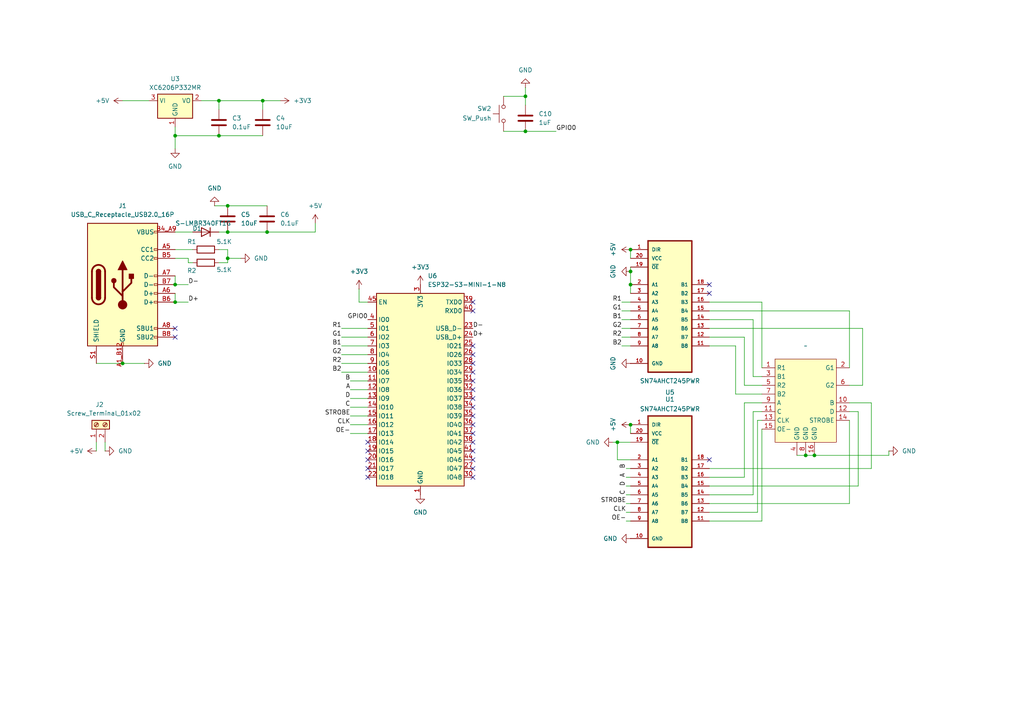
<source format=kicad_sch>
(kicad_sch (version 20241004) (generator "eeschema") (generator_version "8.99")
  (paper "A4")
  (lib_symbols
    (symbol "Connector:Screw_Terminal_01x02" (pin_names (offset 1.016) (hide yes))
      (property "Reference" "J" (at 0 2.54 0))
      (property "Value" "Screw_Terminal_01x02" (at 0 -5.08 0))
      (symbol "Screw_Terminal_01x02_1_1"
        (rectangle (start -1.27 1.27) (end 1.27 -3.81) (stroke (width 0.254)) (fill (type background)))
        (polyline (pts (xy -0.5334 0.3302) (xy 0.3302 -0.508)) (stroke (width 0.1524)))
        (polyline (pts (xy -0.5334 -2.2098) (xy 0.3302 -3.048)) (stroke (width 0.1524)))
        (polyline (pts (xy -0.3556 0.508) (xy 0.508 -0.3302)) (stroke (width 0.1524)))
        (polyline (pts (xy -0.3556 -2.032) (xy 0.508 -2.8702)) (stroke (width 0.1524)))
        (circle (center 0 0) (radius 0.635) (stroke (width 0.1524)))
        (circle (center 0 -2.54) (radius 0.635) (stroke (width 0.1524)))
        (pin passive line (at -5.08 0 0) (length 3.81) (name "Pin_1") (number "1"))
        (pin passive line (at -5.08 -2.54 0) (length 3.81) (name "Pin_2") (number "2"))
      )
    )
    (symbol "Connector:USB_C_Receptacle_USB2.0_16P" (pin_names (offset 1.016))
      (property "Reference" "J1" (at 0 22.86 0))
      (property "Value" "USB_C_Receptacle_USB2.0_16P" (at 0 20.32 0))
      (symbol "USB_C_Receptacle_USB2.0_16P_0_0"
        (rectangle (start -0.254 -17.78) (end 0.254 -16.764))
        (rectangle (start 10.16 15.494) (end 9.144 14.986))
        (rectangle (start 10.16 10.414) (end 9.144 9.906))
        (rectangle (start 10.16 7.874) (end 9.144 7.366))
        (rectangle (start 10.16 2.794) (end 9.144 2.286))
        (rectangle (start 10.16 0.254) (end 9.144 -0.254))
        (rectangle (start 10.16 -2.286) (end 9.144 -2.794))
        (rectangle (start 10.16 -4.826) (end 9.144 -5.334))
        (rectangle (start 10.16 -12.446) (end 9.144 -12.954))
        (rectangle (start 10.16 -14.986) (end 9.144 -15.494))
      )
      (symbol "USB_C_Receptacle_USB2.0_16P_0_1"
        (rectangle (start -10.16 17.78) (end 10.16 -17.78) (stroke (width 0.254)) (fill (type background)))
        (polyline (pts (xy -8.89 -3.81) (xy -8.89 3.81)) (stroke (width 0.508)))
        (rectangle (start -7.62 -3.81) (end -6.35 3.81) (stroke (width 0.254)) (fill (type outline)))
        (arc (start -7.62 3.81) (mid -6.985 4.4423) (end -6.35 3.81) (stroke (width 0.254)) (fill (type outline)))
        (arc (start -7.62 3.81) (mid -6.985 4.4423) (end -6.35 3.81) (stroke (width 0.254)))
        (arc (start -8.89 3.81) (mid -6.985 5.7067) (end -5.08 3.81) (stroke (width 0.508)))
        (arc (start -5.08 -3.81) (mid -6.985 -5.7067) (end -8.89 -3.81) (stroke (width 0.508)))
        (arc (start -6.35 -3.81) (mid -6.985 -4.4423) (end -7.62 -3.81) (stroke (width 0.254)) (fill (type outline)))
        (arc (start -6.35 -3.81) (mid -6.985 -4.4423) (end -7.62 -3.81) (stroke (width 0.254)))
        (polyline (pts (xy -5.08 3.81) (xy -5.08 -3.81)) (stroke (width 0.508)))
        (circle (center -2.54 1.143) (radius 0.635) (stroke (width 0.254)) (fill (type outline)))
        (polyline (pts (xy -1.27 4.318) (xy 0 6.858) (xy 1.27 4.318) (xy -1.27 4.318)) (stroke (width 0.254)) (fill (type outline)))
        (polyline (pts (xy 0 -2.032) (xy 2.54 0.508) (xy 2.54 1.778)) (stroke (width 0.508)))
        (polyline (pts (xy 0 -3.302) (xy -2.54 -0.762) (xy -2.54 0.508)) (stroke (width 0.508)))
        (polyline (pts (xy 0 -5.842) (xy 0 4.318)) (stroke (width 0.508)))
        (circle (center 0 -5.842) (radius 1.27) (fill (type outline)))
        (rectangle (start 1.905 1.778) (end 3.175 3.048) (stroke (width 0.254)) (fill (type outline)))
      )
      (symbol "USB_C_Receptacle_USB2.0_16P_1_1"
        (pin passive line (at -7.62 -22.86 90) (length 5.08) (name "SHIELD") (number "S1"))
        (pin passive line (at -7.62 -22.86 90) (length 5.08) (hide yes) (name "SHIELD") (number "S2"))
        (pin passive line (at -7.62 -22.86 90) (length 5.08) (hide yes) (name "SHIELD") (number "S3"))
        (pin passive line (at -7.62 -22.86 90) (length 5.08) (hide yes) (name "SHIELD") (number "S4"))
        (pin passive line (at 0 -22.86 90) (length 5.08) (name "GND") (number "A1_B12"))
        (pin passive line (at 0 -22.86 90) (length 5.08) (hide yes) (name "GND") (number "B1_A12"))
        (pin passive line (at 15.24 15.24 180) (length 5.08) (hide yes) (name "VBUS") (number "A4_B9"))
        (pin passive line (at 15.24 15.24 180) (length 5.08) (name "VBUS") (number "B4_A9"))
        (pin bidirectional line (at 15.24 10.16 180) (length 5.08) (name "CC1") (number "A5"))
        (pin bidirectional line (at 15.24 7.62 180) (length 5.08) (name "CC2") (number "B5"))
        (pin bidirectional line (at 15.24 2.54 180) (length 5.08) (name "D-") (number "A7"))
        (pin bidirectional line (at 15.24 0 180) (length 5.08) (name "D-") (number "B7"))
        (pin bidirectional line (at 15.24 -2.54 180) (length 5.08) (name "D+") (number "A6"))
        (pin bidirectional line (at 15.24 -5.08 180) (length 5.08) (name "D+") (number "B6"))
        (pin bidirectional line (at 15.24 -12.7 180) (length 5.08) (name "SBU1") (number "A8"))
        (pin bidirectional line (at 15.24 -15.24 180) (length 5.08) (name "SBU2") (number "B8"))
      )
    )
    (symbol "Device:C" (pin_numbers (hide yes)) (pin_names (offset 0.254))
      (property "Reference" "C" (at 0.635 2.54 0))
      (property "Value" "C" (at 0.635 -2.54 0))
      (symbol "C_0_1"
        (polyline (pts (xy -2.032 0.762) (xy 2.032 0.762)) (stroke (width 0.508)))
        (polyline (pts (xy -2.032 -0.762) (xy 2.032 -0.762)) (stroke (width 0.508)))
      )
      (symbol "C_1_1"
        (pin passive line (at 0 3.81 270) (length 2.794) (name "~") (number "1"))
        (pin passive line (at 0 -3.81 90) (length 2.794) (name "~") (number "2"))
      )
    )
    (symbol "Device:D" (pin_numbers (hide yes)) (pin_names (offset 1.016) (hide yes))
      (property "Reference" "D" (at 0 2.54 0))
      (property "Value" "D" (at 0 -2.54 0))
      (symbol "D_0_1"
        (polyline (pts (xy -1.27 1.27) (xy -1.27 -1.27)) (stroke (width 0.254)))
        (polyline (pts (xy 1.27 1.27) (xy 1.27 -1.27) (xy -1.27 0) (xy 1.27 1.27)) (stroke (width 0.254)))
        (polyline (pts (xy 1.27 0) (xy -1.27 0)))
      )
      (symbol "D_1_1"
        (pin passive line (at -3.81 0 0) (length 2.54) (name "K") (number "1"))
        (pin passive line (at 3.81 0 180) (length 2.54) (name "A") (number "2"))
      )
    )
    (symbol "Device:R" (pin_numbers (hide yes)) (pin_names (offset 0))
      (property "Reference" "R" (at 2.032 0 90))
      (property "Value" "R" (at 0 0 90))
      (symbol "R_0_1"
        (rectangle (start -1.016 -2.54) (end 1.016 2.54) (stroke (width 0.254)))
      )
      (symbol "R_1_1"
        (pin passive line (at 0 3.81 270) (length 1.27) (name "~") (number "1"))
        (pin passive line (at 0 -3.81 90) (length 1.27) (name "~") (number "2"))
      )
    )
    (symbol "RF_Module:ESP32-S3-MINI-1"
      (property "Reference" "U" (at -11.43 29.21 0))
      (property "Value" "ESP32-S3-MINI-1" (at 12.7 29.21 0))
      (symbol "ESP32-S3-MINI-1_0_1"
        (rectangle (start -12.7 27.94) (end 12.7 -27.94) (stroke (width 0.254)) (fill (type background)))
      )
      (symbol "ESP32-S3-MINI-1_1_1"
        (pin input line (at -15.24 25.4 0) (length 2.54) (name "EN") (number "45"))
        (pin bidirectional line (at -15.24 20.32 0) (length 2.54) (name "IO0") (number "4"))
        (pin bidirectional line (at -15.24 17.78 0) (length 2.54) (name "IO1") (number "5"))
        (pin bidirectional line (at -15.24 15.24 0) (length 2.54) (name "IO2") (number "6"))
        (pin bidirectional line (at -15.24 12.7 0) (length 2.54) (name "IO3") (number "7"))
        (pin bidirectional line (at -15.24 10.16 0) (length 2.54) (name "IO4") (number "8"))
        (pin bidirectional line (at -15.24 7.62 0) (length 2.54) (name "IO5") (number "9"))
        (pin bidirectional line (at -15.24 5.08 0) (length 2.54) (name "IO6") (number "10"))
        (pin bidirectional line (at -15.24 2.54 0) (length 2.54) (name "IO7") (number "11"))
        (pin bidirectional line (at -15.24 0 0) (length 2.54) (name "IO8") (number "12"))
        (pin bidirectional line (at -15.24 -2.54 0) (length 2.54) (name "IO9") (number "13"))
        (pin bidirectional line (at -15.24 -5.08 0) (length 2.54) (name "IO10") (number "14"))
        (pin bidirectional line (at -15.24 -7.62 0) (length 2.54) (name "IO11") (number "15"))
        (pin bidirectional line (at -15.24 -10.16 0) (length 2.54) (name "IO12") (number "16"))
        (pin bidirectional line (at -15.24 -12.7 0) (length 2.54) (name "IO13") (number "17"))
        (pin bidirectional line (at -15.24 -15.24 0) (length 2.54) (name "IO14") (number "18"))
        (pin bidirectional line (at -15.24 -17.78 0) (length 2.54) (name "IO15") (number "19"))
        (pin bidirectional line (at -15.24 -20.32 0) (length 2.54) (name "IO16") (number "20"))
        (pin bidirectional line (at -15.24 -22.86 0) (length 2.54) (name "IO17") (number "21"))
        (pin bidirectional line (at -15.24 -25.4 0) (length 2.54) (name "IO18") (number "22"))
        (pin power_in line (at 0 30.48 270) (length 2.54) (name "3V3") (number "3"))
        (pin power_in line (at 0 -30.48 90) (length 2.54) (name "GND") (number "1"))
        (pin passive line (at 0 -30.48 90) (length 2.54) (hide yes) (name "GND") (number "2"))
        (pin passive line (at 0 -30.48 90) (length 2.54) (hide yes) (name "GND") (number "42"))
        (pin passive line (at 0 -30.48 90) (length 2.54) (hide yes) (name "GND") (number "43"))
        (pin passive line (at 0 -30.48 90) (length 2.54) (hide yes) (name "GND") (number "46"))
        (pin passive line (at 0 -30.48 90) (length 2.54) (hide yes) (name "GND") (number "47"))
        (pin passive line (at 0 -30.48 90) (length 2.54) (hide yes) (name "GND") (number "48"))
        (pin passive line (at 0 -30.48 90) (length 2.54) (hide yes) (name "GND") (number "49"))
        (pin passive line (at 0 -30.48 90) (length 2.54) (hide yes) (name "GND") (number "50"))
        (pin passive line (at 0 -30.48 90) (length 2.54) (hide yes) (name "GND") (number "51"))
        (pin passive line (at 0 -30.48 90) (length 2.54) (hide yes) (name "GND") (number "52"))
        (pin passive line (at 0 -30.48 90) (length 2.54) (hide yes) (name "GND") (number "53"))
        (pin passive line (at 0 -30.48 90) (length 2.54) (hide yes) (name "GND") (number "54"))
        (pin passive line (at 0 -30.48 90) (length 2.54) (hide yes) (name "GND") (number "55"))
        (pin passive line (at 0 -30.48 90) (length 2.54) (hide yes) (name "GND") (number "56"))
        (pin passive line (at 0 -30.48 90) (length 2.54) (hide yes) (name "GND") (number "57"))
        (pin passive line (at 0 -30.48 90) (length 2.54) (hide yes) (name "GND") (number "58"))
        (pin passive line (at 0 -30.48 90) (length 2.54) (hide yes) (name "GND") (number "59"))
        (pin passive line (at 0 -30.48 90) (length 2.54) (hide yes) (name "GND") (number "60"))
        (pin passive line (at 0 -30.48 90) (length 2.54) (hide yes) (name "GND") (number "61"))
        (pin passive line (at 0 -30.48 90) (length 2.54) (hide yes) (name "GND") (number "62"))
        (pin passive line (at 0 -30.48 90) (length 2.54) (hide yes) (name "GND") (number "63"))
        (pin passive line (at 0 -30.48 90) (length 2.54) (hide yes) (name "GND") (number "64"))
        (pin passive line (at 0 -30.48 90) (length 2.54) (hide yes) (name "GND") (number "65"))
        (pin bidirectional line (at 15.24 25.4 180) (length 2.54) (name "TXD0") (number "39"))
        (pin bidirectional line (at 15.24 22.86 180) (length 2.54) (name "RXD0") (number "40"))
        (pin bidirectional line (at 15.24 17.78 180) (length 2.54) (name "USB_D-") (number "23"))
        (pin bidirectional line (at 15.24 15.24 180) (length 2.54) (name "USB_D+") (number "24"))
        (pin bidirectional line (at 15.24 12.7 180) (length 2.54) (name "IO21") (number "25"))
        (pin bidirectional line (at 15.24 10.16 180) (length 2.54) (name "IO26") (number "26"))
        (pin bidirectional line (at 15.24 7.62 180) (length 2.54) (name "IO33") (number "28"))
        (pin bidirectional line (at 15.24 5.08 180) (length 2.54) (name "IO34") (number "29"))
        (pin bidirectional line (at 15.24 2.54 180) (length 2.54) (name "IO35") (number "31"))
        (pin bidirectional line (at 15.24 0 180) (length 2.54) (name "IO36") (number "32"))
        (pin bidirectional line (at 15.24 -2.54 180) (length 2.54) (name "IO37") (number "33"))
        (pin bidirectional line (at 15.24 -5.08 180) (length 2.54) (name "IO38") (number "34"))
        (pin bidirectional line (at 15.24 -7.62 180) (length 2.54) (name "IO39") (number "35"))
        (pin bidirectional line (at 15.24 -10.16 180) (length 2.54) (name "IO40") (number "36"))
        (pin bidirectional line (at 15.24 -12.7 180) (length 2.54) (name "IO41") (number "37"))
        (pin bidirectional line (at 15.24 -15.24 180) (length 2.54) (name "IO42") (number "38"))
        (pin bidirectional line (at 15.24 -17.78 180) (length 2.54) (name "IO45") (number "41"))
        (pin bidirectional line (at 15.24 -20.32 180) (length 2.54) (name "IO46") (number "44"))
        (pin bidirectional line (at 15.24 -22.86 180) (length 2.54) (name "IO47") (number "27"))
        (pin bidirectional line (at 15.24 -25.4 180) (length 2.54) (name "IO48") (number "30"))
      )
    )
    (symbol "Regulator_Linear:AMS1117-3.3"
      (property "Reference" "U" (at -3.81 3.175 0))
      (property "Value" "AMS1117-3.3" (at 0 3.175 0))
      (symbol "AMS1117-3.3_0_1"
        (rectangle (start -5.08 -5.08) (end 5.08 1.905) (stroke (width 0.254)) (fill (type background)))
      )
      (symbol "AMS1117-3.3_1_1"
        (pin power_in line (at -7.62 0 0) (length 2.54) (name "VI") (number "3"))
        (pin power_in line (at 0 -7.62 90) (length 2.54) (name "GND") (number "1"))
        (pin power_out line (at 7.62 0 180) (length 2.54) (name "VO") (number "2"))
      )
    )
    (symbol "SN74AHCT245PWR_1" (pin_names (offset 1.016))
      (property "Reference" "U" (at -0.508 21.336 0))
      (property "Value" "SN74AHCT245PWR" (at -6.604 -21.082 0))
      (symbol "SN74AHCT245PWR_1_0_0"
        (rectangle (start -6.35 20.32) (end 6.35 -17.78) (stroke (width 0.41)) (fill (type background)))
        (pin input line (at -11.43 17.78 0) (length 5.08) (name "DIR") (number "1"))
        (pin power_in line (at -11.43 15.24 0) (length 5.08) (name "VCC") (number "20"))
        (pin input line (at -11.43 12.7 0) (length 5.08) (name "~{OE}") (number "19"))
        (pin bidirectional line (at -11.43 7.62 0) (length 5.08) (name "A1") (number "2"))
        (pin bidirectional line (at -11.43 5.08 0) (length 5.08) (name "A2") (number "3"))
        (pin bidirectional line (at -11.43 2.54 0) (length 5.08) (name "A3") (number "4"))
        (pin bidirectional line (at -11.43 0 0) (length 5.08) (name "A4") (number "5"))
        (pin bidirectional line (at -11.43 -2.54 0) (length 5.08) (name "A5") (number "6"))
        (pin bidirectional line (at -11.43 -5.08 0) (length 5.08) (name "A6") (number "7"))
        (pin bidirectional line (at -11.43 -7.62 0) (length 5.08) (name "A7") (number "8"))
        (pin bidirectional line (at -11.43 -10.16 0) (length 5.08) (name "A8") (number "9"))
        (pin power_in line (at -11.43 -15.24 0) (length 5.08) (name "GND") (number "10"))
        (pin bidirectional line (at 11.43 7.62 180) (length 5.08) (name "B1") (number "18"))
        (pin bidirectional line (at 11.43 5.08 180) (length 5.08) (name "B2") (number "17"))
        (pin bidirectional line (at 11.43 2.54 180) (length 5.08) (name "B3") (number "16"))
        (pin bidirectional line (at 11.43 0 180) (length 5.08) (name "B4") (number "15"))
        (pin bidirectional line (at 11.43 -2.54 180) (length 5.08) (name "B5") (number "14"))
        (pin bidirectional line (at 11.43 -5.08 180) (length 5.08) (name "B6") (number "13"))
        (pin bidirectional line (at 11.43 -7.62 180) (length 5.08) (name "B7") (number "12"))
        (pin bidirectional line (at 11.43 -10.16 180) (length 5.08) (name "B8") (number "11"))
      )
    )
    (symbol "Switch:SW_Push" (pin_numbers (hide yes)) (pin_names (offset 1.016) (hide yes))
      (property "Reference" "SW" (at 1.27 2.54 0))
      (property "Value" "SW_Push" (at 0 -1.524 0))
      (symbol "SW_Push_0_1"
        (circle (center -2.032 0) (radius 0.508))
        (polyline (pts (xy 0 1.27) (xy 0 3.048)))
        (circle (center 2.032 0) (radius 0.508))
        (polyline (pts (xy 2.54 1.27) (xy -2.54 1.27)))
        (pin passive line (at -5.08 0 0) (length 2.54) (name "1") (number "1"))
        (pin passive line (at 5.08 0 180) (length 2.54) (name "2") (number "2"))
      )
    )
    (symbol "hack_matrix.kicad_prl:HUB75_Matrix"
      (property "Reference" "U" (at 0 0 0))
      (symbol "HUB75_Matrix_1_1"
        (rectangle (start -8.89 -1.27) (end 8.89 -25.4) (fill (type background)))
        (pin input line (at -12.7 -3.81 0) (length 3.81) (name "R1") (number "1"))
        (pin input line (at -12.7 -6.35 0) (length 3.81) (name "B1") (number "3"))
        (pin input line (at -12.7 -8.89 0) (length 3.81) (name "R2") (number "5"))
        (pin input line (at -12.7 -11.43 0) (length 3.81) (name "B2") (number "7"))
        (pin input line (at -12.7 -13.97 0) (length 3.81) (name "A") (number "9"))
        (pin input line (at -12.7 -16.51 0) (length 3.81) (name "C") (number "11"))
        (pin input line (at -12.7 -19.05 0) (length 3.81) (name "CLK") (number "13"))
        (pin input line (at -12.7 -21.59 0) (length 3.81) (name "OE-") (number "15"))
        (pin passive line (at -2.54 -29.21 90) (length 3.81) (name "GND") (number "4"))
        (pin passive line (at 0 -29.21 90) (length 3.81) (name "GND") (number "8"))
        (pin passive line (at 2.54 -29.21 90) (length 3.81) (name "GND") (number "16"))
        (pin input line (at 12.7 -3.81 180) (length 3.81) (name "G1") (number "2"))
        (pin input line (at 12.7 -8.89 180) (length 3.81) (name "G2") (number "6"))
        (pin input line (at 12.7 -13.97 180) (length 3.81) (name "B") (number "10"))
        (pin input line (at 12.7 -16.51 180) (length 3.81) (name "D") (number "12"))
        (pin input line (at 12.7 -19.05 180) (length 3.81) (name "STROBE") (number "14"))
      )
    )
    (symbol "hack_matrix.kicad_prl:SN74AHCT245PWR" (pin_names (offset 1.016))
      (property "Reference" "U" (at -0.508 21.336 0))
      (property "Value" "SN74AHCT245PWR" (at -6.604 -21.082 0))
      (symbol "SN74AHCT245PWR_0_0"
        (rectangle (start -6.35 20.32) (end 6.35 -17.78) (stroke (width 0.41)) (fill (type background)))
        (pin input line (at -11.43 17.78 0) (length 5.08) (name "DIR") (number "1"))
        (pin power_in line (at -11.43 15.24 0) (length 5.08) (name "VCC") (number "20"))
        (pin input line (at -11.43 12.7 0) (length 5.08) (name "~{OE}") (number "19"))
        (pin bidirectional line (at -11.43 7.62 0) (length 5.08) (name "A1") (number "2"))
        (pin bidirectional line (at -11.43 5.08 0) (length 5.08) (name "A2") (number "3"))
        (pin bidirectional line (at -11.43 2.54 0) (length 5.08) (name "A3") (number "4"))
        (pin bidirectional line (at -11.43 0 0) (length 5.08) (name "A4") (number "5"))
        (pin bidirectional line (at -11.43 -2.54 0) (length 5.08) (name "A5") (number "6"))
        (pin bidirectional line (at -11.43 -5.08 0) (length 5.08) (name "A6") (number "7"))
        (pin bidirectional line (at -11.43 -7.62 0) (length 5.08) (name "A7") (number "8"))
        (pin bidirectional line (at -11.43 -10.16 0) (length 5.08) (name "A8") (number "9"))
        (pin power_in line (at -11.43 -15.24 0) (length 5.08) (name "GND") (number "10"))
        (pin bidirectional line (at 11.43 7.62 180) (length 5.08) (name "B1") (number "18"))
        (pin bidirectional line (at 11.43 5.08 180) (length 5.08) (name "B2") (number "17"))
        (pin bidirectional line (at 11.43 2.54 180) (length 5.08) (name "B3") (number "16"))
        (pin bidirectional line (at 11.43 0 180) (length 5.08) (name "B4") (number "15"))
        (pin bidirectional line (at 11.43 -2.54 180) (length 5.08) (name "B5") (number "14"))
        (pin bidirectional line (at 11.43 -5.08 180) (length 5.08) (name "B6") (number "13"))
        (pin bidirectional line (at 11.43 -7.62 180) (length 5.08) (name "B7") (number "12"))
        (pin bidirectional line (at 11.43 -10.16 180) (length 5.08) (name "B8") (number "11"))
      )
    )
    (symbol "power:+3V3" (power) (pin_numbers (hide yes)) (pin_names (offset 0) (hide yes))
      (property "Value" "+3V3" (at 0 3.556 0))
      (symbol "+3V3_0_1"
        (polyline (pts (xy -0.762 1.27) (xy 0 2.54)))
        (polyline (pts (xy 0 2.54) (xy 0.762 1.27)))
        (polyline (pts (xy 0 0) (xy 0 2.54)))
      )
      (symbol "+3V3_1_1"
        (pin power_in line (at 0 0 90) (length 0) (name "~") (number "1"))
      )
    )
    (symbol "power:+5V" (power) (pin_numbers (hide yes)) (pin_names (offset 0) (hide yes))
      (property "Value" "+5V" (at 0 3.556 0))
      (symbol "+5V_0_1"
        (polyline (pts (xy -0.762 1.27) (xy 0 2.54)))
        (polyline (pts (xy 0 2.54) (xy 0.762 1.27)))
        (polyline (pts (xy 0 0) (xy 0 2.54)))
      )
      (symbol "+5V_1_1"
        (pin power_in line (at 0 0 90) (length 0) (name "~") (number "1"))
      )
    )
    (symbol "power:GND" (power) (pin_numbers (hide yes)) (pin_names (offset 0) (hide yes))
      (property "Value" "GND" (at 0 -3.81 0))
      (symbol "GND_0_1"
        (polyline (pts (xy 0 0) (xy 0 -1.27) (xy 1.27 -1.27) (xy 0 -2.54) (xy -1.27 -1.27) (xy 0 -1.27)))
      )
      (symbol "GND_1_1"
        (pin power_in line (at 0 0 270) (length 0) (name "~") (number "1"))
      )
    )
  )
  (junction (at 182.88 123.19))
  (junction (at 152.4 27.94))
  (junction (at 233.68 132.08))
  (junction (at 77.47 67.31))
  (junction (at 66.04 67.31))
  (junction (at 182.88 82.55))
  (junction (at 50.8 39.37))
  (junction (at 152.4 38.1))
  (junction (at 50.8 87.63))
  (junction (at 50.8 82.55))
  (junction (at 66.04 59.69))
  (junction (at 35.56 105.41))
  (junction (at 63.5 39.37))
  (junction (at 236.22 132.08))
  (junction (at 182.88 72.39))
  (junction (at 179.07 128.27))
  (junction (at 66.04 74.93))
  (junction (at 182.88 78.74))
  (junction (at 76.2 29.21))
  (junction (at 63.5 29.21))
  (no_connect (at 50.8 97.79))
  (no_connect (at 106.68 128.27))
  (no_connect (at 137.16 135.89))
  (no_connect (at 137.16 110.49))
  (no_connect (at 137.16 138.43))
  (no_connect (at 137.16 120.65))
  (no_connect (at 137.16 130.81))
  (no_connect (at 106.68 138.43))
  (no_connect (at 137.16 133.35))
  (no_connect (at 106.68 133.35))
  (no_connect (at 137.16 123.19))
  (no_connect (at 137.16 115.57))
  (no_connect (at 137.16 87.63))
  (no_connect (at 50.8 95.25))
  (no_connect (at 137.16 90.17))
  (no_connect (at 137.16 107.95))
  (no_connect (at 205.74 85.09))
  (no_connect (at 137.16 100.33))
  (no_connect (at 137.16 128.27))
  (no_connect (at 137.16 113.03))
  (no_connect (at 137.16 102.87))
  (no_connect (at 205.74 82.55))
  (no_connect (at 205.74 133.35))
  (no_connect (at 106.68 135.89))
  (no_connect (at 137.16 105.41))
  (no_connect (at 137.16 118.11))
  (no_connect (at 137.16 125.73))
  (no_connect (at 106.68 130.81))
  (wire (pts (xy 101.6 113.03) (xy 106.68 113.03)))
  (wire (pts (xy 66.04 76.2) (xy 66.04 74.93)))
  (wire (pts (xy 180.34 100.33) (xy 182.88 100.33)))
  (wire (pts (xy 205.74 138.43) (xy 215.9 138.43)))
  (wire (pts (xy 99.06 97.79) (xy 106.68 97.79)))
  (wire (pts (xy 77.47 67.31) (xy 91.44 67.31)))
  (wire (pts (xy 91.44 64.77) (xy 91.44 67.31)))
  (wire (pts (xy 257.81 132.08) (xy 257.81 130.81)))
  (wire (pts (xy 27.94 105.41) (xy 35.56 105.41)))
  (wire (pts (xy 236.22 132.08) (xy 257.81 132.08)))
  (wire (pts (xy 54.61 74.93) (xy 50.8 74.93)))
  (wire (pts (xy 215.9 111.76) (xy 220.98 111.76)))
  (wire (pts (xy 50.8 36.83) (xy 50.8 39.37)))
  (wire (pts (xy 101.6 115.57) (xy 106.68 115.57)))
  (wire (pts (xy 180.34 97.79) (xy 182.88 97.79)))
  (wire (pts (xy 218.44 109.22) (xy 220.98 109.22)))
  (wire (pts (xy 177.8 128.27) (xy 179.07 128.27)))
  (wire (pts (xy 181.61 146.05) (xy 182.88 146.05)))
  (wire (pts (xy 246.38 146.05) (xy 246.38 121.92)))
  (wire (pts (xy 146.05 38.1) (xy 152.4 38.1)))
  (wire (pts (xy 101.6 123.19) (xy 106.68 123.19)))
  (wire (pts (xy 213.36 100.33) (xy 213.36 114.3)))
  (wire (pts (xy 106.68 87.63) (xy 104.14 87.63)))
  (wire (pts (xy 205.74 135.89) (xy 252.73 135.89)))
  (wire (pts (xy 54.61 76.2) (xy 54.61 74.93)))
  (wire (pts (xy 220.98 151.13) (xy 220.98 124.46)))
  (wire (pts (xy 63.5 76.2) (xy 66.04 76.2)))
  (wire (pts (xy 231.14 132.08) (xy 233.68 132.08)))
  (wire (pts (xy 233.68 132.08) (xy 236.22 132.08)))
  (wire (pts (xy 50.8 80.01) (xy 50.8 82.55)))
  (wire (pts (xy 99.06 105.41) (xy 106.68 105.41)))
  (wire (pts (xy 248.92 140.97) (xy 248.92 119.38)))
  (wire (pts (xy 218.44 143.51) (xy 218.44 119.38)))
  (wire (pts (xy 246.38 90.17) (xy 246.38 106.68)))
  (wire (pts (xy 205.74 146.05) (xy 246.38 146.05)))
  (wire (pts (xy 99.06 107.95) (xy 106.68 107.95)))
  (wire (pts (xy 215.9 116.84) (xy 220.98 116.84)))
  (wire (pts (xy 152.4 38.1) (xy 161.29 38.1)))
  (wire (pts (xy 218.44 119.38) (xy 220.98 119.38)))
  (wire (pts (xy 182.88 74.93) (xy 182.88 72.39)))
  (wire (pts (xy 181.61 135.89) (xy 182.88 135.89)))
  (wire (pts (xy 215.9 97.79) (xy 215.9 111.76)))
  (wire (pts (xy 62.23 59.69) (xy 66.04 59.69)))
  (wire (pts (xy 180.34 87.63) (xy 182.88 87.63)))
  (wire (pts (xy 27.94 128.27) (xy 27.94 130.81)))
  (wire (pts (xy 54.61 76.2) (xy 55.88 76.2)))
  (wire (pts (xy 213.36 114.3) (xy 220.98 114.3)))
  (wire (pts (xy 220.98 87.63) (xy 220.98 106.68)))
  (wire (pts (xy 181.61 140.97) (xy 182.88 140.97)))
  (wire (pts (xy 205.74 140.97) (xy 248.92 140.97)))
  (wire (pts (xy 205.74 87.63) (xy 220.98 87.63)))
  (wire (pts (xy 182.88 82.55) (xy 182.88 85.09)))
  (wire (pts (xy 63.5 67.31) (xy 66.04 67.31)))
  (wire (pts (xy 205.74 92.71) (xy 218.44 92.71)))
  (wire (pts (xy 182.88 125.73) (xy 182.88 123.19)))
  (wire (pts (xy 99.06 102.87) (xy 106.68 102.87)))
  (wire (pts (xy 99.06 95.25) (xy 106.68 95.25)))
  (wire (pts (xy 50.8 43.18) (xy 50.8 39.37)))
  (wire (pts (xy 50.8 67.31) (xy 55.88 67.31)))
  (wire (pts (xy 181.61 148.59) (xy 182.88 148.59)))
  (wire (pts (xy 104.14 87.63) (xy 104.14 83.82)))
  (wire (pts (xy 219.71 121.92) (xy 220.98 121.92)))
  (wire (pts (xy 101.6 125.73) (xy 106.68 125.73)))
  (wire (pts (xy 63.5 29.21) (xy 63.5 31.75)))
  (wire (pts (xy 63.5 29.21) (xy 76.2 29.21)))
  (wire (pts (xy 180.34 95.25) (xy 182.88 95.25)))
  (wire (pts (xy 101.6 120.65) (xy 106.68 120.65)))
  (wire (pts (xy 50.8 72.39) (xy 55.88 72.39)))
  (wire (pts (xy 248.92 119.38) (xy 246.38 119.38)))
  (wire (pts (xy 205.74 148.59) (xy 219.71 148.59)))
  (wire (pts (xy 66.04 74.93) (xy 69.85 74.93)))
  (wire (pts (xy 215.9 138.43) (xy 215.9 116.84)))
  (wire (pts (xy 181.61 151.13) (xy 182.88 151.13)))
  (wire (pts (xy 76.2 29.21) (xy 76.2 31.75)))
  (wire (pts (xy 205.74 97.79) (xy 215.9 97.79)))
  (wire (pts (xy 182.88 78.74) (xy 182.88 82.55)))
  (wire (pts (xy 205.74 143.51) (xy 218.44 143.51)))
  (wire (pts (xy 35.56 105.41) (xy 41.91 105.41)))
  (wire (pts (xy 101.6 110.49) (xy 106.68 110.49)))
  (wire (pts (xy 179.07 133.35) (xy 179.07 128.27)))
  (wire (pts (xy 152.4 27.94) (xy 146.05 27.94)))
  (wire (pts (xy 205.74 151.13) (xy 220.98 151.13)))
  (wire (pts (xy 152.4 25.4) (xy 152.4 27.94)))
  (wire (pts (xy 252.73 135.89) (xy 252.73 116.84)))
  (wire (pts (xy 181.61 143.51) (xy 182.88 143.51)))
  (wire (pts (xy 252.73 116.84) (xy 246.38 116.84)))
  (wire (pts (xy 66.04 59.69) (xy 77.47 59.69)))
  (wire (pts (xy 205.74 100.33) (xy 213.36 100.33)))
  (wire (pts (xy 101.6 118.11) (xy 106.68 118.11)))
  (wire (pts (xy 81.28 29.21) (xy 76.2 29.21)))
  (wire (pts (xy 43.18 29.21) (xy 35.56 29.21)))
  (wire (pts (xy 66.04 72.39) (xy 66.04 74.93)))
  (wire (pts (xy 182.88 133.35) (xy 179.07 133.35)))
  (wire (pts (xy 180.34 90.17) (xy 182.88 90.17)))
  (wire (pts (xy 179.07 128.27) (xy 182.88 128.27)))
  (wire (pts (xy 30.48 128.27) (xy 30.48 130.81)))
  (wire (pts (xy 250.19 95.25) (xy 250.19 111.76)))
  (wire (pts (xy 180.34 92.71) (xy 182.88 92.71)))
  (wire (pts (xy 218.44 92.71) (xy 218.44 109.22)))
  (wire (pts (xy 182.88 77.47) (xy 182.88 78.74)))
  (wire (pts (xy 50.8 82.55) (xy 54.61 82.55)))
  (wire (pts (xy 63.5 72.39) (xy 66.04 72.39)))
  (wire (pts (xy 205.74 95.25) (xy 250.19 95.25)))
  (wire (pts (xy 50.8 85.09) (xy 50.8 87.63)))
  (wire (pts (xy 205.74 90.17) (xy 246.38 90.17)))
  (wire (pts (xy 250.19 111.76) (xy 246.38 111.76)))
  (wire (pts (xy 152.4 30.48) (xy 152.4 27.94)))
  (wire (pts (xy 63.5 39.37) (xy 76.2 39.37)))
  (wire (pts (xy 50.8 87.63) (xy 54.61 87.63)))
  (wire (pts (xy 181.61 138.43) (xy 182.88 138.43)))
  (wire (pts (xy 219.71 148.59) (xy 219.71 121.92)))
  (wire (pts (xy 63.5 29.21) (xy 58.42 29.21)))
  (wire (pts (xy 50.8 39.37) (xy 63.5 39.37)))
  (wire (pts (xy 66.04 67.31) (xy 77.47 67.31)))
  (wire (pts (xy 99.06 100.33) (xy 106.68 100.33)))
  (label "STROBE" (at 181.61 146.05 180))
  (label "G1" (at 180.34 90.17 180))
  (label "C" (at 181.61 143.51 90))
  (label "B" (at 181.61 135.89 90))
  (label "B1" (at 99.06 100.33 180))
  (label "OE-" (at 101.6 125.73 180))
  (label "A" (at 181.61 138.43 90))
  (label "GPIO0" (at 161.29 38.1 0))
  (label "D" (at 181.61 140.97 90))
  (label "B" (at 101.6 110.49 180))
  (label "G1" (at 99.06 97.79 180))
  (label "CLK" (at 101.6 123.19 180))
  (label "C" (at 101.6 118.11 180))
  (label "D-" (at 137.16 95.25 0))
  (label "D-" (at 54.61 82.55 0))
  (label "A" (at 101.6 113.03 180))
  (label "G2" (at 99.06 102.87 180))
  (label "STROBE" (at 101.6 120.65 180))
  (label "R1" (at 99.06 95.25 180))
  (label "OE-" (at 181.61 151.13 180))
  (label "D+" (at 54.61 87.63 0))
  (label "D+" (at 137.16 97.79 0))
  (label "D" (at 101.6 115.57 180))
  (label "CLK" (at 181.61 148.59 180))
  (label "R2" (at 99.06 105.41 180))
  (label "B2" (at 180.34 100.33 180))
  (label "R1" (at 180.34 87.63 180))
  (label "B1" (at 180.34 92.71 180))
  (label "B2" (at 99.06 107.95 180))
  (label "GPIO0" (at 106.68 92.71 180))
  (label "G2" (at 180.34 95.25 180))
  (label "R2" (at 180.34 97.79 180))
  (symbol (lib_id "power:+5V") (at 35.56 29.21 90) (unit 1)
    (property "Reference" "#PWR05" (effects (hide yes)))
    (property "Value" "+5V" (at 31.75 29.2099 90) (effects (justify left)))
    (property "Description" "Power symbol creates a global label with name \"+5V\"" (effects (hide yes)))
  )
  (symbol (lib_id "hack_matrix.kicad_prl:SN74AHCT245PWR") (at 194.31 140.97 0) (unit 1)
    (property "Reference" "U1" (at 194.31 115.824 0))
    (property "Value" "SN74AHCT245PWR" (at 194.31 118.618 0))
    (property "Footprint" "SOP65P640X120-20N:SOP65P640X120-20N" (effects (hide yes)))
    (property "MF" "Texas Instruments" (effects (hide yes)))
    (property "Description_1" "\n                        \n                            Octal bus transceivers with tri-state outputs\n                        \n" (effects (hide yes)))
    (property "Package" "TSSOP-20 Texas Instruments" (effects (hide yes)))
    (property "Price" "None" (effects (hide yes)))
    (property "SnapEDA_Link" "https://www.snapeda.com/parts/SN74AHCT245PWR/Texas+Instruments/view-part/?ref=snap" (effects (hide yes)))
    (property "MP" "SN74AHCT245PWR" (effects (hide yes)))
    (property "Availability" "In Stock" (effects (hide yes)))
    (property "Check_prices" "https://www.snapeda.com/parts/SN74AHCT245PWR/Texas+Instruments/view-part/?ref=eda" (effects (hide yes)))
    (property "LCSC" "C6779" (effects (hide yes)))
  )
  (symbol (lib_name "SN74AHCT245PWR_1") (lib_id "hack_matrix.kicad_prl:SN74AHCT245PWR") (at 194.31 90.17 0) (unit 1)
    (property "Reference" "U5" (at 194.31 113.792 0))
    (property "Value" "SN74AHCT245PWR" (at 194.31 110.49 0))
    (property "Footprint" "SOP65P640X120-20N:SOP65P640X120-20N" (effects (hide yes)))
    (property "MF" "Texas Instruments" (effects (hide yes)))
    (property "Description_1" "\n                        \n                            Octal bus transceivers with tri-state outputs\n                        \n" (effects (hide yes)))
    (property "Package" "TSSOP-20 Texas Instruments" (effects (hide yes)))
    (property "Price" "None" (effects (hide yes)))
    (property "SnapEDA_Link" "https://www.snapeda.com/parts/SN74AHCT245PWR/Texas+Instruments/view-part/?ref=snap" (effects (hide yes)))
    (property "MP" "SN74AHCT245PWR" (effects (hide yes)))
    (property "Availability" "In Stock" (effects (hide yes)))
    (property "Check_prices" "https://www.snapeda.com/parts/SN74AHCT245PWR/Texas+Instruments/view-part/?ref=eda" (effects (hide yes)))
    (property "LCSC" "C6779" (effects (hide yes)))
  )
  (symbol (lib_id "Device:R") (at 59.69 76.2 90) (unit 1)
    (property "Reference" "R2" (at 55.626 78.486 90))
    (property "Value" "5.1K" (at 65.024 78.232 90))
    (property "Footprint" "Resistor_SMD:R_0402_1005Metric" (effects (hide yes)))
    (property "Description" "Resistor" (effects (hide yes)))
    (property "LCSC" "C25905" (effects (hide yes)))
  )
  (symbol (lib_id "hack_matrix.kicad_prl:HUB75_Matrix") (at 233.68 102.87 0) (unit 1)
    (property "Reference" "U2" (effects (hide yes)))
    (property "Value" "~" (at 233.68 100.33 0))
    (property "Footprint" "Connector_PinSocket_2.54mm:PinSocket_2x08_P2.54mm_Vertical" (effects (hide yes)))
    (property "LCSC" "C30734" (effects (hide yes)))
  )
  (symbol (lib_id "power:GND") (at 177.8 128.27 270) (unit 1)
    (property "Reference" "#PWR021" (effects (hide yes)))
    (property "Value" "GND" (at 173.99 128.2699 90) (effects (justify right)))
    (property "Description" "Power symbol creates a global label with name \"GND\" , ground" (effects (hide yes)))
  )
  (symbol (lib_id "power:GND") (at 182.88 78.74 270) (unit 1)
    (property "Reference" "#PWR018" (effects (hide yes)))
    (property "Value" "GND" (at 177.8 78.74 0))
    (property "Description" "Power symbol creates a global label with name \"GND\" , ground" (effects (hide yes)))
  )
  (symbol (lib_id "Connector:USB_C_Receptacle_USB2.0_16P") (at 35.56 82.55 0) (unit 1)
    (property "Reference" "J1" (at 35.56 59.69 0))
    (property "Value" "USB_C_Receptacle_USB2.0_16P" (at 35.56 62.23 0))
    (property "Footprint" "HRO_TYPE-C-31-M-12:HRO_TYPE-C-31-M-12" (effects (hide yes)))
    (property "Datasheet" "https://www.usb.org/sites/default/files/documents/usb_type-c.zip" (effects (hide yes)))
    (property "Description" "USB 2.0-only 16P Type-C Receptacle connector" (effects (hide yes)))
    (property "LCSC" "C165948" (effects (hide yes)))
  )
  (symbol (lib_id "power:GND") (at 121.92 143.51 0) (unit 1)
    (property "Reference" "#PWR022" (effects (hide yes)))
    (property "Value" "GND" (at 121.92 148.59 0))
    (property "Description" "Power symbol creates a global label with name \"GND\" , ground" (effects (hide yes)))
  )
  (symbol (lib_id "Device:C") (at 152.4 34.29 0) (unit 1)
    (property "Reference" "C10" (at 156.21 33.0199 0) (effects (justify left)))
    (property "Value" "1uF" (at 156.21 35.5599 0) (effects (justify left)))
    (property "Footprint" "Capacitor_SMD:C_0402_1005Metric" (effects (hide yes)))
    (property "Description" "Unpolarized capacitor" (effects (hide yes)))
    (property "LCSC" "C14445" (effects (hide yes)))
  )
  (symbol (lib_id "power:+5V") (at 182.88 123.19 90) (unit 1)
    (property "Reference" "#PWR08" (effects (hide yes)))
    (property "Value" "+5V" (at 177.8 123.19 0))
    (property "Description" "Power symbol creates a global label with name \"+5V\"" (effects (hide yes)))
  )
  (symbol (lib_id "power:GND") (at 257.81 130.81 90) (unit 1)
    (property "Reference" "#PWR010" (effects (hide yes)))
    (property "Value" "GND" (at 261.62 130.8099 90) (effects (justify right)))
    (property "Description" "Power symbol creates a global label with name \"GND\" , ground" (effects (hide yes)))
  )
  (symbol (lib_id "Device:C") (at 76.2 35.56 0) (unit 1)
    (property "Reference" "C4" (at 80.01 34.2899 0) (effects (justify left)))
    (property "Value" "10uF" (at 80.01 36.8299 0) (effects (justify left)))
    (property "Footprint" "Capacitor_SMD:C_0402_1005Metric" (effects (hide yes)))
    (property "Description" "Unpolarized capacitor" (effects (hide yes)))
    (property "LCSC" "C15525" (effects (hide yes)))
  )
  (symbol (lib_id "power:+3V3") (at 81.28 29.21 270) (unit 1)
    (property "Reference" "#PWR06" (effects (hide yes)))
    (property "Value" "+3V3" (at 85.09 29.2099 90) (effects (justify left)))
    (property "Description" "Power symbol creates a global label with name \"+3V3\"" (effects (hide yes)))
  )
  (symbol (lib_id "Switch:SW_Push") (at 146.05 33.02 90) (unit 1)
    (property "Reference" "SW2" (at 138.43 31.496 90) (effects (justify right)))
    (property "Value" "SW_Push" (at 134.112 34.29 90) (effects (justify right)))
    (property "Footprint" "TS-1088-AR02016:SW_TS-1088-AR02016" (effects (hide yes)))
    (property "Description" "Push button switch, generic, two pins" (effects (hide yes)))
    (property "LCSC" "C720477 " (effects (hide yes)))
  )
  (symbol (lib_id "power:GND") (at 50.8 43.18 0) (unit 1)
    (property "Reference" "#PWR03" (effects (hide yes)))
    (property "Value" "GND" (at 50.8 48.26 0))
    (property "Description" "Power symbol creates a global label with name \"GND\" , ground" (effects (hide yes)))
  )
  (symbol (lib_id "power:GND") (at 182.88 105.41 270) (unit 1)
    (property "Reference" "#PWR020" (effects (hide yes)))
    (property "Value" "GND" (at 177.8 105.41 0))
    (property "Description" "Power symbol creates a global label with name \"GND\" , ground" (effects (hide yes)))
  )
  (symbol (lib_id "power:+3V3") (at 121.92 82.55 0) (unit 1)
    (property "Reference" "#PWR017" (effects (hide yes)))
    (property "Value" "+3V3" (at 121.92 77.47 0))
    (property "Description" "Power symbol creates a global label with name \"+3V3\"" (effects (hide yes)))
  )
  (symbol (lib_id "power:+5V") (at 91.44 64.77 0) (unit 1)
    (property "Reference" "#PWR04" (effects (hide yes)))
    (property "Value" "+5V" (at 91.44 59.69 0))
    (property "Description" "Power symbol creates a global label with name \"+5V\"" (effects (hide yes)))
  )
  (symbol (lib_id "power:GND") (at 30.48 130.81 90) (unit 1)
    (property "Reference" "#PWR013" (effects (hide yes)))
    (property "Value" "GND" (at 34.29 130.8099 90) (effects (justify right)))
    (property "Description" "Power symbol creates a global label with name \"GND\" , ground" (effects (hide yes)))
  )
  (symbol (lib_id "Device:C") (at 77.47 63.5 0) (unit 1)
    (property "Reference" "C6" (at 81.28 62.2299 0) (effects (justify left)))
    (property "Value" "0.1uF" (at 81.28 64.7699 0) (effects (justify left)))
    (property "Footprint" "Capacitor_SMD:C_0402_1005Metric" (effects (hide yes)))
    (property "Description" "Unpolarized capacitor" (effects (hide yes)))
    (property "LCSC" "C106209" (effects (hide yes)))
  )
  (symbol (lib_id "Connector:Screw_Terminal_01x02") (at 27.94 123.19 90) (unit 1)
    (property "Reference" "J2" (at 27.686 117.348 90) (effects (justify right)))
    (property "Value" "Screw_Terminal_01x02" (at 19.304 119.888 90) (effects (justify right)))
    (property "Footprint" "DORABO:DB300V-5.0-2P-BU-S" (effects (hide yes)))
    (property "Description" "Generic screw terminal, single row, 01x02, script generated (kicad-library-utils/schlib/autogen/connector/)" (effects (hide yes)))
    (property "LCSC" "C881705" (effects (hide yes)))
  )
  (symbol (lib_id "Device:R") (at 59.69 72.39 90) (unit 1)
    (property "Reference" "R1" (at 55.626 70.104 90))
    (property "Value" "5.1K" (at 65.024 70.104 90))
    (property "Footprint" "Resistor_SMD:R_0402_1005Metric" (effects (hide yes)))
    (property "Description" "Resistor" (effects (hide yes)))
    (property "LCSC" "C25905" (effects (hide yes)))
  )
  (symbol (lib_id "RF_Module:ESP32-S3-MINI-1") (at 121.92 113.03 0) (unit 1)
    (property "Reference" "U6" (at 124.0633 80.01 0) (effects (justify left)))
    (property "Value" "ESP32-S3-MINI-1-N8" (at 124.0633 82.55 0) (effects (justify left)))
    (property "Footprint" "RF_Module:ESP32-S2-MINI-1" (effects (hide yes)))
    (property "Datasheet" "https://www.espressif.com/sites/default/files/documentation/esp32-s3-mini-1_mini-1u_datasheet_en.pdf" (effects (hide yes)))
    (property "Description" "RF Module, ESP32-S3 SoC, Wi-Fi 802.11b/g/n, Bluetooth, BLE, 32-bit, 3.3V, SMD, onboard antenna" (effects (hide yes)))
    (property "LCSC" "C2913206" (effects (hide yes)))
  )
  (symbol (lib_id "power:GND") (at 62.23 59.69 180) (unit 1)
    (property "Reference" "#PWR07" (effects (hide yes)))
    (property "Value" "GND" (at 62.23 54.61 0))
    (property "Description" "Power symbol creates a global label with name \"GND\" , ground" (effects (hide yes)))
  )
  (symbol (lib_id "Device:C") (at 66.04 63.5 0) (unit 1)
    (property "Reference" "C5" (at 69.85 62.2299 0) (effects (justify left)))
    (property "Value" "10uF" (at 69.85 64.7699 0) (effects (justify left)))
    (property "Footprint" "Capacitor_SMD:C_0402_1005Metric" (effects (hide yes)))
    (property "Description" "Unpolarized capacitor" (effects (hide yes)))
    (property "LCSC" "C15525" (effects (hide yes)))
  )
  (symbol (lib_id "Device:D") (at 59.69 67.31 180) (unit 1)
    (property "Reference" "D1" (at 57.15 66.294 0))
    (property "Value" "S-LMBR340FT1G" (at 58.928 64.77 0))
    (property "Footprint" "Diode_SMD:D_SOD-123F" (effects (hide yes)))
    (property "Description" "Diode" (effects (hide yes)))
    (property "Sim.Device" "D" (effects (hide yes)))
    (property "Sim.Pins" "1=K 2=A" (effects (hide yes)))
    (property "LCSC" "C2972823" (effects (hide yes)))
  )
  (symbol (lib_id "power:+5V") (at 182.88 72.39 90) (unit 1)
    (property "Reference" "#PWR09" (effects (hide yes)))
    (property "Value" "+5V" (at 177.8 72.39 0))
    (property "Description" "Power symbol creates a global label with name \"+5V\"" (effects (hide yes)))
  )
  (symbol (lib_id "power:GND") (at 41.91 105.41 90) (unit 1)
    (property "Reference" "#PWR02" (effects (hide yes)))
    (property "Value" "GND" (at 45.72 105.4099 90) (effects (justify right)))
    (property "Description" "Power symbol creates a global label with name \"GND\" , ground" (effects (hide yes)))
  )
  (symbol (lib_id "power:+5V") (at 27.94 130.81 90) (unit 1)
    (property "Reference" "#PWR014" (effects (hide yes)))
    (property "Value" "+5V" (at 24.13 130.8099 90) (effects (justify left)))
    (property "Description" "Power symbol creates a global label with name \"+5V\"" (effects (hide yes)))
  )
  (symbol (lib_id "power:+3V3") (at 104.14 83.82 0) (unit 1)
    (property "Reference" "#PWR023" (effects (hide yes)))
    (property "Value" "+3V3" (at 104.14 78.74 0))
    (property "Description" "Power symbol creates a global label with name \"+3V3\"" (effects (hide yes)))
  )
  (symbol (lib_id "Regulator_Linear:AMS1117-3.3") (at 50.8 29.21 0) (unit 1)
    (property "Reference" "U3" (at 50.8 22.86 0))
    (property "Value" "XC6206P332MR" (at 50.8 25.4 0))
    (property "Footprint" "Package_TO_SOT_SMD:SOT-23" (effects (hide yes)))
    (property "Datasheet" "http://www.advanced-monolithic.com/pdf/ds1117.pdf" (effects (hide yes)))
    (property "Description" "1A Low Dropout regulator, positive, 3.3V fixed output, SOT-223" (effects (hide yes)))
    (property "LCSC" "C347376" (effects (hide yes)))
  )
  (symbol (lib_id "Device:C") (at 63.5 35.56 0) (unit 1)
    (property "Reference" "C3" (at 67.31 34.2899 0) (effects (justify left)))
    (property "Value" "0.1uF" (at 67.31 36.8299 0) (effects (justify left)))
    (property "Footprint" "Capacitor_SMD:C_0402_1005Metric" (effects (hide yes)))
    (property "Description" "Unpolarized capacitor" (effects (hide yes)))
    (property "LCSC" "C106209" (effects (hide yes)))
  )
  (symbol (lib_id "power:GND") (at 152.4 25.4 180) (unit 1)
    (property "Reference" "#PWR011" (effects (hide yes)))
    (property "Value" "GND" (at 152.4 20.32 0))
    (property "Description" "Power symbol creates a global label with name \"GND\" , ground" (effects (hide yes)))
  )
  (symbol (lib_id "power:GND") (at 69.85 74.93 90) (unit 1)
    (property "Reference" "#PWR01" (effects (hide yes)))
    (property "Value" "GND" (at 73.66 74.9299 90) (effects (justify right)))
    (property "Description" "Power symbol creates a global label with name \"GND\" , ground" (effects (hide yes)))
  )
  (symbol (lib_id "power:GND") (at 182.88 156.21 270) (unit 1)
    (property "Reference" "#PWR019" (effects (hide yes)))
    (property "Value" "GND" (at 179.07 156.2099 90) (effects (justify right)))
    (property "Description" "Power symbol creates a global label with name \"GND\" , ground" (effects (hide yes)))
  )
)
</source>
